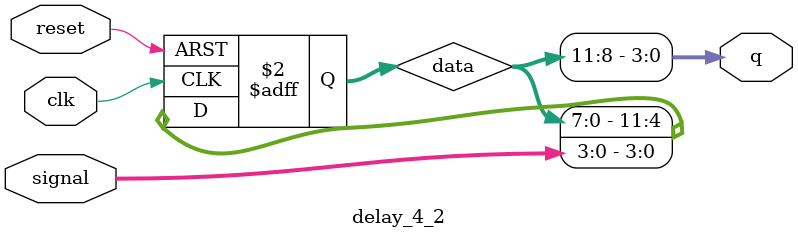
<source format=v>
`timescale 1ns / 1ps

/*
 * Basic 1 tick delay module
 */
module delay_1(
    input clk,
    input reset,
    input signal,
    output q
    );
	 
	 reg [1:0] data;
	 
	 always @ (posedge clk or posedge reset) begin
		if (reset)
			data = 0;
		else
			data = {data[0:0],signal};
	 end
	 
	 assign q = data[1:1];
	 
endmodule

/*
 * Same delay module, but gives 1 on reset;
 */
module delay_1_1(
    input clk,
    input reset,
    input signal,
    output q
    );
	 
	 reg [1:0] data;
	 
	 always @ (posedge clk or posedge reset) begin
		if (reset)
			data = 3;
		else
			data = {data[0:0],signal};
	 end
	 
	 assign q = data[1:1];
	 
endmodule

/*
 * Same delay module, but on negative edge;
 */
module delay_n_1(
    input clk,
    input reset,
    input signal,
    output q
    );
	 
	 reg [1:0] data;
	 
	 always @ (negedge clk or posedge reset) begin
		if (reset)
			data = 0;
		else
			data = {data[0:0],signal};
	 end
	 
	 assign q = data[1:1];
	 
endmodule

module delay_3(
    input clk,
    input reset,
    input [2:0] signal,
    output [2:0] q
    );
	 
	 reg [5:0] data;
	 
	 always @ (posedge clk or posedge reset) begin
		if (reset)
			data = 0;
		else
			data = {data[2:0],signal};
	 end
	 
	 assign q = data[5:3];
	 
endmodule

module delay_4(
    input clk,
    input reset,
    input [3:0] signal,
    output [3:0] q
    );
	 
	 reg [7:0] data;
	 
	 always @ (posedge clk or posedge reset) begin
		if (reset)
			data = 0;
		else
			data = {data[3:0],signal};
	 end
	 
	 assign q = data[7:4];
	 
endmodule

module delay_4_2( // 4 wide 1 tick delay
    input clk,
    input reset,
    input [3:0] signal,
    output [3:0] q
    );
	 
	 reg [11:0] data;
	 
	 always @ (posedge clk or posedge reset) begin
		if (reset)
			data = 0;
		else
			data = {data[7:0],signal};
	 end
	 
	 assign q = data[11:8];
	 
endmodule

</source>
